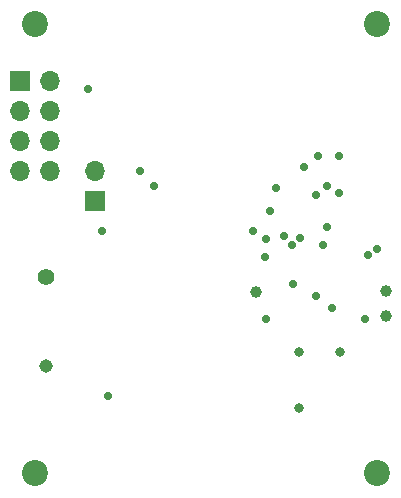
<source format=gbr>
%TF.GenerationSoftware,KiCad,Pcbnew,(5.1.5)-3*%
%TF.CreationDate,2021-04-07T12:53:55+01:00*%
%TF.ProjectId,HT07,48543037-2e6b-4696-9361-645f70636258,rev?*%
%TF.SameCoordinates,Original*%
%TF.FileFunction,Soldermask,Bot*%
%TF.FilePolarity,Negative*%
%FSLAX46Y46*%
G04 Gerber Fmt 4.6, Leading zero omitted, Abs format (unit mm)*
G04 Created by KiCad (PCBNEW (5.1.5)-3) date 2021-04-07 12:53:55*
%MOMM*%
%LPD*%
G04 APERTURE LIST*
%ADD10C,0.800000*%
%ADD11C,2.200000*%
%ADD12C,1.400000*%
%ADD13C,1.140000*%
%ADD14O,1.700000X1.700000*%
%ADD15R,1.700000X1.700000*%
%ADD16C,1.000000*%
%ADD17C,0.700000*%
G04 APERTURE END LIST*
D10*
X121630090Y-95968200D03*
X118163800Y-95968200D03*
X118176500Y-100725000D03*
D11*
X124750188Y-68216393D03*
X95750188Y-68216393D03*
X95750188Y-106216393D03*
X124750188Y-106216393D03*
D12*
X96758000Y-89602000D03*
D13*
X96758000Y-97122000D03*
D14*
X100901500Y-80645000D03*
D15*
X100901500Y-83185000D03*
D14*
X97028000Y-80645000D03*
X94488000Y-80645000D03*
X97028000Y-78105000D03*
X94488000Y-78105000D03*
X97028000Y-75565000D03*
X94488000Y-75565000D03*
X97028000Y-73025000D03*
D15*
X94488000Y-73025000D03*
D16*
X125488700Y-92887800D03*
X125526800Y-90779600D03*
X114503200Y-90855800D03*
D17*
X123952000Y-87757000D03*
X124714000Y-87249000D03*
X102006400Y-99669600D03*
X100266500Y-73723500D03*
X115316000Y-86423500D03*
X121539000Y-82524600D03*
X116200000Y-82100000D03*
X115658900Y-84010500D03*
X115341400Y-93192600D03*
X123698000Y-93167200D03*
X120169940Y-86934040D03*
X115250000Y-87884000D03*
X117551200Y-86888320D03*
X119608600Y-91186000D03*
X118214140Y-86268560D03*
X120954800Y-92227400D03*
X117602000Y-90233500D03*
X116878100Y-86121240D03*
X119710200Y-79375000D03*
X121539000Y-79375000D03*
X101498400Y-85725000D03*
X120523000Y-85344000D03*
X114274600Y-85725000D03*
X105841800Y-81915000D03*
X120523000Y-81915000D03*
X104711500Y-80645000D03*
X118541800Y-80264000D03*
X119557800Y-82626200D03*
M02*

</source>
